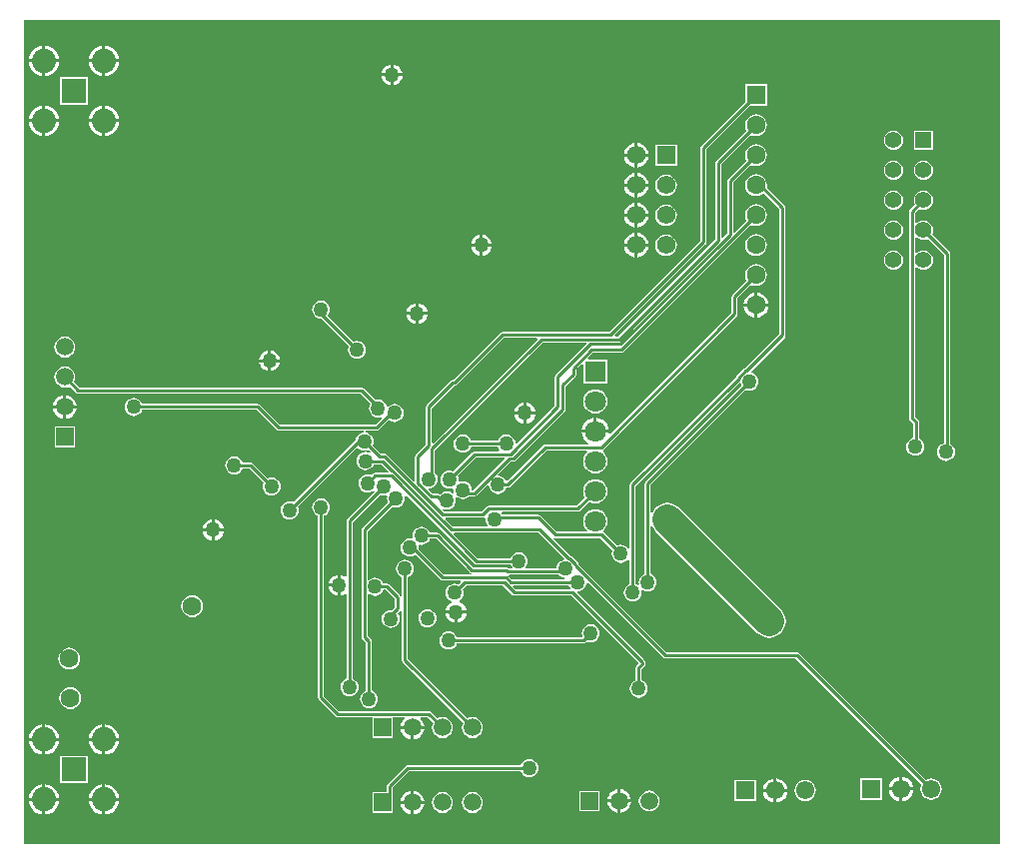
<source format=gbl>
G04*
G04 #@! TF.GenerationSoftware,Altium Limited,Altium Designer,20.2.6 (244)*
G04*
G04 Layer_Physical_Order=2*
G04 Layer_Color=16711680*
%FSLAX25Y25*%
%MOIN*%
G70*
G04*
G04 #@! TF.SameCoordinates,3B791BB4-AEC8-405A-9348-557AA33B983F*
G04*
G04*
G04 #@! TF.FilePolarity,Positive*
G04*
G01*
G75*
%ADD13C,0.01000*%
%ADD74C,0.05472*%
%ADD75R,0.05472X0.05472*%
%ADD77C,0.06181*%
%ADD78R,0.06181X0.06181*%
%ADD82C,0.10000*%
%ADD85R,0.05906X0.05906*%
%ADD86C,0.05906*%
%ADD87C,0.06299*%
%ADD88R,0.05906X0.05906*%
%ADD89R,0.08071X0.08071*%
%ADD90C,0.08071*%
%ADD91C,0.07087*%
%ADD92R,0.07087X0.07087*%
%ADD93C,0.06102*%
%ADD94R,0.06102X0.06102*%
%ADD95R,0.06299X0.06299*%
%ADD96C,0.05000*%
G36*
X356480Y1020D02*
X31000D01*
Y275980D01*
X356480D01*
Y1020D01*
D02*
G37*
%LPC*%
G36*
X58000Y267513D02*
Y263000D01*
X62513D01*
X62406Y263814D01*
X61898Y265039D01*
X61091Y266091D01*
X60039Y266898D01*
X58815Y267406D01*
X58000Y267513D01*
D02*
G37*
G36*
X57000D02*
X56186Y267406D01*
X54961Y266898D01*
X53909Y266091D01*
X53102Y265039D01*
X52594Y263814D01*
X52487Y263000D01*
X57000D01*
Y267513D01*
D02*
G37*
G36*
X38000D02*
Y263000D01*
X42513D01*
X42406Y263814D01*
X41898Y265039D01*
X41091Y266091D01*
X40039Y266898D01*
X38814Y267406D01*
X38000Y267513D01*
D02*
G37*
G36*
X37000D02*
X36186Y267406D01*
X34961Y266898D01*
X33909Y266091D01*
X33102Y265039D01*
X32594Y263814D01*
X32487Y263000D01*
X37000D01*
Y267513D01*
D02*
G37*
G36*
X154118Y261305D02*
Y258341D01*
X157082D01*
X157028Y258754D01*
X156675Y259606D01*
X156114Y260337D01*
X155383Y260898D01*
X154532Y261250D01*
X154118Y261305D01*
D02*
G37*
G36*
X153118D02*
X152704Y261250D01*
X151853Y260898D01*
X151122Y260337D01*
X150561Y259606D01*
X150208Y258754D01*
X150153Y258341D01*
X153118D01*
Y261305D01*
D02*
G37*
G36*
X62513Y262000D02*
X58000D01*
Y257487D01*
X58815Y257594D01*
X60039Y258102D01*
X61091Y258909D01*
X61898Y259961D01*
X62406Y261186D01*
X62513Y262000D01*
D02*
G37*
G36*
X57000D02*
X52487D01*
X52594Y261186D01*
X53102Y259961D01*
X53909Y258909D01*
X54961Y258102D01*
X56186Y257594D01*
X57000Y257487D01*
Y262000D01*
D02*
G37*
G36*
X42513D02*
X38000D01*
Y257487D01*
X38814Y257594D01*
X40039Y258102D01*
X41091Y258909D01*
X41898Y259961D01*
X42406Y261186D01*
X42513Y262000D01*
D02*
G37*
G36*
X37000D02*
X32487D01*
X32594Y261186D01*
X33102Y259961D01*
X33909Y258909D01*
X34961Y258102D01*
X36186Y257594D01*
X37000Y257487D01*
Y262000D01*
D02*
G37*
G36*
X157082Y257341D02*
X154118D01*
Y254376D01*
X154532Y254431D01*
X155383Y254783D01*
X156114Y255344D01*
X156675Y256075D01*
X157028Y256927D01*
X157082Y257341D01*
D02*
G37*
G36*
X153118D02*
X150153D01*
X150208Y256927D01*
X150561Y256075D01*
X151122Y255344D01*
X151853Y254783D01*
X152704Y254431D01*
X153118Y254376D01*
Y257341D01*
D02*
G37*
G36*
X52035Y257035D02*
X42965D01*
Y247965D01*
X52035D01*
Y257035D01*
D02*
G37*
G36*
X58000Y247513D02*
Y243000D01*
X62513D01*
X62406Y243814D01*
X61898Y245039D01*
X61091Y246091D01*
X60039Y246898D01*
X58815Y247406D01*
X58000Y247513D01*
D02*
G37*
G36*
X57000D02*
X56186Y247406D01*
X54961Y246898D01*
X53909Y246091D01*
X53102Y245039D01*
X52594Y243814D01*
X52487Y243000D01*
X57000D01*
Y247513D01*
D02*
G37*
G36*
X38000D02*
Y243000D01*
X42513D01*
X42406Y243814D01*
X41898Y245039D01*
X41091Y246091D01*
X40039Y246898D01*
X38814Y247406D01*
X38000Y247513D01*
D02*
G37*
G36*
X37000D02*
X36186Y247406D01*
X34961Y246898D01*
X33909Y246091D01*
X33102Y245039D01*
X32594Y243814D01*
X32487Y243000D01*
X37000D01*
Y247513D01*
D02*
G37*
G36*
X62513Y242000D02*
X58000D01*
Y237487D01*
X58815Y237594D01*
X60039Y238102D01*
X61091Y238909D01*
X61898Y239961D01*
X62406Y241185D01*
X62513Y242000D01*
D02*
G37*
G36*
X57000D02*
X52487D01*
X52594Y241185D01*
X53102Y239961D01*
X53909Y238909D01*
X54961Y238102D01*
X56186Y237594D01*
X57000Y237487D01*
Y242000D01*
D02*
G37*
G36*
X42513D02*
X38000D01*
Y237487D01*
X38814Y237594D01*
X40039Y238102D01*
X41091Y238909D01*
X41898Y239961D01*
X42406Y241185D01*
X42513Y242000D01*
D02*
G37*
G36*
X37000D02*
X32487D01*
X32594Y241185D01*
X33102Y239961D01*
X33909Y238909D01*
X34961Y238102D01*
X36186Y237594D01*
X37000Y237487D01*
Y242000D01*
D02*
G37*
G36*
X278764Y254650D02*
X271465D01*
Y248792D01*
X256779Y234107D01*
X256558Y233776D01*
X256480Y233386D01*
Y202422D01*
X226078Y172020D01*
X190500D01*
X190110Y171942D01*
X189779Y171721D01*
X174078Y156020D01*
X174000D01*
X173610Y155942D01*
X173279Y155721D01*
X165279Y147721D01*
X165058Y147390D01*
X164980Y147000D01*
Y134544D01*
X161607Y131170D01*
X161386Y130839D01*
X161308Y130449D01*
Y122422D01*
X160846Y122230D01*
X151892Y131184D01*
X151562Y131405D01*
X151171Y131483D01*
X149959D01*
X147218Y134223D01*
X147423Y134717D01*
X147526Y135500D01*
X147423Y136283D01*
X147120Y137013D01*
X146640Y137640D01*
X146013Y138120D01*
X145283Y138423D01*
X144845Y138480D01*
X144878Y138980D01*
X148500D01*
X148890Y139058D01*
X149221Y139279D01*
X152610Y142668D01*
X152987Y142379D01*
X153717Y142077D01*
X154500Y141974D01*
X155283Y142077D01*
X156013Y142379D01*
X156640Y142860D01*
X157121Y143487D01*
X157423Y144217D01*
X157526Y145000D01*
X157423Y145783D01*
X157121Y146513D01*
X156640Y147140D01*
X156013Y147620D01*
X155283Y147923D01*
X154500Y148026D01*
X153717Y147923D01*
X152987Y147620D01*
X152438Y147199D01*
X152115Y147252D01*
X151894Y147353D01*
X151620Y148013D01*
X151140Y148640D01*
X150513Y149120D01*
X149783Y149423D01*
X149000Y149526D01*
X148217Y149423D01*
X148077Y149365D01*
X144221Y153221D01*
X143890Y153442D01*
X143500Y153520D01*
X49422D01*
X47565Y155377D01*
X47864Y156099D01*
X47982Y157000D01*
X47864Y157901D01*
X47516Y158741D01*
X46962Y159462D01*
X46241Y160016D01*
X45401Y160364D01*
X44500Y160483D01*
X43599Y160364D01*
X42759Y160016D01*
X42037Y159462D01*
X41484Y158741D01*
X41136Y157901D01*
X41017Y157000D01*
X41136Y156099D01*
X41484Y155259D01*
X42037Y154537D01*
X42759Y153984D01*
X43599Y153636D01*
X44500Y153517D01*
X45401Y153636D01*
X46123Y153935D01*
X48279Y151779D01*
X48610Y151558D01*
X49000Y151480D01*
X143078D01*
X146451Y148107D01*
X146379Y148013D01*
X146077Y147283D01*
X145974Y146500D01*
X146077Y145717D01*
X146379Y144987D01*
X146860Y144360D01*
X147487Y143879D01*
X148217Y143577D01*
X149000Y143474D01*
X149783Y143577D01*
X150031Y143680D01*
X150314Y143256D01*
X148078Y141020D01*
X116214D01*
X109512Y147721D01*
X109181Y147942D01*
X108791Y148020D01*
X70325D01*
X70121Y148513D01*
X69640Y149140D01*
X69013Y149620D01*
X68283Y149923D01*
X67500Y150026D01*
X66717Y149923D01*
X65987Y149620D01*
X65360Y149140D01*
X64880Y148513D01*
X64577Y147783D01*
X64474Y147000D01*
X64577Y146217D01*
X64880Y145487D01*
X65360Y144860D01*
X65987Y144379D01*
X66717Y144077D01*
X67500Y143974D01*
X68283Y144077D01*
X69013Y144379D01*
X69640Y144860D01*
X70121Y145487D01*
X70325Y145980D01*
X108369D01*
X115070Y139279D01*
X115401Y139058D01*
X115791Y138980D01*
X144122D01*
X144155Y138480D01*
X143717Y138423D01*
X142987Y138120D01*
X142360Y137640D01*
X141879Y137013D01*
X141577Y136283D01*
X141537Y135979D01*
X120776Y115218D01*
X120283Y115423D01*
X119500Y115526D01*
X118717Y115423D01*
X117987Y115120D01*
X117360Y114640D01*
X116879Y114013D01*
X116577Y113283D01*
X116474Y112500D01*
X116577Y111717D01*
X116879Y110987D01*
X117360Y110360D01*
X117987Y109880D01*
X118717Y109577D01*
X119500Y109474D01*
X120283Y109577D01*
X121013Y109880D01*
X121640Y110360D01*
X122120Y110987D01*
X122423Y111717D01*
X122526Y112500D01*
X122423Y113283D01*
X122218Y113777D01*
X141850Y133408D01*
X142349Y133375D01*
X142360Y133360D01*
X142987Y132879D01*
X143717Y132577D01*
X144500Y132474D01*
X145283Y132577D01*
X145776Y132782D01*
X146574Y131984D01*
X146282Y131584D01*
X145553Y131886D01*
X144770Y131989D01*
X143986Y131886D01*
X143257Y131584D01*
X142630Y131103D01*
X142149Y130476D01*
X141847Y129746D01*
X141744Y128963D01*
X141847Y128180D01*
X142149Y127450D01*
X142630Y126824D01*
X143257Y126343D01*
X143986Y126040D01*
X144770Y125937D01*
X145553Y126040D01*
X146282Y126343D01*
X146909Y126824D01*
X147390Y127450D01*
X147594Y127944D01*
X150128D01*
X152590Y125481D01*
X152399Y125020D01*
X148000D01*
X147610Y124942D01*
X147279Y124721D01*
X146776Y124218D01*
X146283Y124423D01*
X145500Y124526D01*
X144717Y124423D01*
X143987Y124120D01*
X143360Y123640D01*
X142879Y123013D01*
X142577Y122283D01*
X142474Y121500D01*
X142577Y120717D01*
X142879Y119987D01*
X143360Y119360D01*
X143987Y118879D01*
X144717Y118577D01*
X145500Y118474D01*
X146283Y118577D01*
X147013Y118879D01*
X147307Y119105D01*
X147896Y118927D01*
X147918Y118860D01*
X138779Y109721D01*
X138558Y109390D01*
X138480Y109000D01*
Y90574D01*
X138032Y90352D01*
X137765Y90557D01*
X136914Y90910D01*
X136500Y90964D01*
Y87500D01*
Y84036D01*
X136914Y84090D01*
X137765Y84443D01*
X138032Y84648D01*
X138480Y84426D01*
Y56325D01*
X137987Y56121D01*
X137360Y55640D01*
X136880Y55013D01*
X136577Y54283D01*
X136474Y53500D01*
X136577Y52717D01*
X136880Y51987D01*
X137360Y51360D01*
X137987Y50880D01*
X138717Y50577D01*
X139500Y50474D01*
X140283Y50577D01*
X141013Y50880D01*
X141640Y51360D01*
X142121Y51987D01*
X142423Y52717D01*
X142526Y53500D01*
X142423Y54283D01*
X142121Y55013D01*
X141640Y55640D01*
X141013Y56121D01*
X140520Y56325D01*
Y108578D01*
X149723Y117782D01*
X150217Y117577D01*
X151000Y117474D01*
X151651Y117560D01*
X151835Y117440D01*
X151940Y117335D01*
X152060Y117151D01*
X151974Y116500D01*
X152077Y115717D01*
X152282Y115224D01*
X143779Y106721D01*
X143558Y106390D01*
X143480Y106000D01*
Y70266D01*
X143558Y69876D01*
X143779Y69545D01*
X144980Y68344D01*
Y52325D01*
X144487Y52121D01*
X143860Y51640D01*
X143379Y51013D01*
X143077Y50283D01*
X142974Y49500D01*
X143077Y48717D01*
X143379Y47987D01*
X143860Y47360D01*
X144487Y46880D01*
X145217Y46577D01*
X146000Y46474D01*
X146783Y46577D01*
X147513Y46880D01*
X148140Y47360D01*
X148620Y47987D01*
X148923Y48717D01*
X149026Y49500D01*
X148923Y50283D01*
X148620Y51013D01*
X148140Y51640D01*
X147513Y52121D01*
X147020Y52325D01*
Y68766D01*
X146942Y69156D01*
X146721Y69487D01*
X145520Y70688D01*
Y84527D01*
X146020Y84738D01*
X146487Y84380D01*
X147217Y84077D01*
X148000Y83974D01*
X148783Y84077D01*
X149513Y84380D01*
X150140Y84860D01*
X150620Y85487D01*
X150825Y85980D01*
X151578D01*
X154480Y83078D01*
Y80070D01*
X153660Y79250D01*
X153217Y79309D01*
X152434Y79206D01*
X151704Y78903D01*
X151078Y78422D01*
X150597Y77796D01*
X150294Y77066D01*
X150191Y76283D01*
X150294Y75500D01*
X150597Y74770D01*
X151078Y74143D01*
X151704Y73662D01*
X152434Y73360D01*
X153217Y73257D01*
X154000Y73360D01*
X154730Y73662D01*
X155357Y74143D01*
X155838Y74770D01*
X156140Y75500D01*
X156243Y76283D01*
X156140Y77066D01*
X155838Y77796D01*
X155513Y78219D01*
X156221Y78927D01*
X156442Y79258D01*
X156480Y79451D01*
X156980Y79402D01*
Y62500D01*
X157058Y62110D01*
X157279Y61779D01*
X177435Y41623D01*
X177136Y40901D01*
X177017Y40000D01*
X177136Y39099D01*
X177484Y38259D01*
X178038Y37538D01*
X178759Y36984D01*
X179599Y36636D01*
X180500Y36518D01*
X181401Y36636D01*
X182241Y36984D01*
X182963Y37538D01*
X183516Y38259D01*
X183864Y39099D01*
X183983Y40000D01*
X183864Y40901D01*
X183516Y41741D01*
X182963Y42463D01*
X182241Y43016D01*
X181401Y43364D01*
X180500Y43483D01*
X179599Y43364D01*
X178877Y43065D01*
X159020Y62922D01*
Y90175D01*
X159513Y90380D01*
X160140Y90860D01*
X160620Y91487D01*
X160923Y92217D01*
X161026Y93000D01*
X160923Y93783D01*
X160620Y94513D01*
X160140Y95140D01*
X159513Y95621D01*
X158783Y95923D01*
X158000Y96026D01*
X157217Y95923D01*
X156487Y95621D01*
X155860Y95140D01*
X155379Y94513D01*
X155077Y93783D01*
X154974Y93000D01*
X155077Y92217D01*
X155379Y91487D01*
X155860Y90860D01*
X156487Y90380D01*
X156980Y90175D01*
Y83746D01*
X156480Y83697D01*
X156442Y83890D01*
X156221Y84221D01*
X152721Y87721D01*
X152390Y87942D01*
X152000Y88020D01*
X150825D01*
X150620Y88513D01*
X150140Y89140D01*
X149513Y89621D01*
X148783Y89923D01*
X148000Y90026D01*
X147217Y89923D01*
X146487Y89621D01*
X146020Y89262D01*
X145520Y89473D01*
Y105578D01*
X153724Y113782D01*
X154217Y113577D01*
X155000Y113474D01*
X155783Y113577D01*
X156513Y113880D01*
X157140Y114360D01*
X157621Y114987D01*
X157923Y115717D01*
X158026Y116500D01*
X157923Y117283D01*
X157897Y117346D01*
X158320Y117630D01*
X181171Y94779D01*
X181502Y94558D01*
X181892Y94480D01*
X193175D01*
X193379Y93987D01*
X193738Y93520D01*
X193527Y93020D01*
X192672D01*
X192471Y93221D01*
X192140Y93442D01*
X191750Y93520D01*
X180713D01*
X169512Y104721D01*
X169181Y104942D01*
X168791Y105020D01*
X166325D01*
X166121Y105513D01*
X165640Y106140D01*
X165013Y106621D01*
X164283Y106923D01*
X163500Y107026D01*
X162717Y106923D01*
X161987Y106621D01*
X161360Y106140D01*
X160880Y105513D01*
X160577Y104783D01*
X160474Y104000D01*
X160540Y103496D01*
X160533Y103472D01*
X160139Y103078D01*
X160115Y103070D01*
X159611Y103137D01*
X158828Y103034D01*
X158098Y102731D01*
X157471Y102251D01*
X156990Y101624D01*
X156688Y100894D01*
X156585Y100111D01*
X156688Y99328D01*
X156990Y98598D01*
X157471Y97971D01*
X158098Y97490D01*
X158828Y97188D01*
X159611Y97085D01*
X160394Y97188D01*
X161124Y97490D01*
X161375Y97683D01*
X169779Y89279D01*
X170110Y89058D01*
X170500Y88980D01*
X176385D01*
X176576Y88519D01*
X175777Y87718D01*
X175283Y87923D01*
X174500Y88026D01*
X173717Y87923D01*
X172987Y87621D01*
X172360Y87140D01*
X171879Y86513D01*
X171577Y85783D01*
X171474Y85000D01*
X171577Y84217D01*
X171879Y83487D01*
X172360Y82860D01*
X172987Y82380D01*
X173403Y82207D01*
Y81666D01*
X173218Y81590D01*
X172487Y81029D01*
X171926Y80297D01*
X171574Y79446D01*
X171519Y79032D01*
X178448D01*
X178393Y79446D01*
X178041Y80297D01*
X177480Y81029D01*
X176749Y81590D01*
X176081Y81866D01*
X176031Y82240D01*
X176045Y82404D01*
X176640Y82860D01*
X177120Y83487D01*
X177423Y84217D01*
X177526Y85000D01*
X177423Y85783D01*
X177218Y86277D01*
X178422Y87480D01*
X190665D01*
X193867Y84279D01*
X194197Y84058D01*
X194588Y83980D01*
X213578D01*
X236058Y61500D01*
X235279Y60721D01*
X235058Y60390D01*
X234980Y60000D01*
Y55825D01*
X234487Y55620D01*
X233860Y55140D01*
X233380Y54513D01*
X233077Y53783D01*
X232974Y53000D01*
X233077Y52217D01*
X233380Y51487D01*
X233860Y50860D01*
X234487Y50380D01*
X235217Y50077D01*
X236000Y49974D01*
X236783Y50077D01*
X237513Y50380D01*
X238140Y50860D01*
X238620Y51487D01*
X238923Y52217D01*
X239026Y53000D01*
X238923Y53783D01*
X238620Y54513D01*
X238140Y55140D01*
X237513Y55620D01*
X237020Y55825D01*
Y59578D01*
X237807Y60365D01*
X238028Y60696D01*
X238105Y61086D01*
Y61914D01*
X238028Y62304D01*
X237807Y62635D01*
X215426Y85016D01*
X215655Y85495D01*
X216283Y85577D01*
X217013Y85879D01*
X217640Y86360D01*
X218121Y86987D01*
X218423Y87717D01*
X218506Y88345D01*
X218984Y88574D01*
X244041Y63517D01*
X244372Y63296D01*
X244762Y63219D01*
X288339D01*
X330360Y21198D01*
X330040Y20427D01*
X329918Y19500D01*
X330040Y18573D01*
X330398Y17709D01*
X330967Y16967D01*
X331709Y16398D01*
X332573Y16040D01*
X333500Y15918D01*
X334427Y16040D01*
X335291Y16398D01*
X336033Y16967D01*
X336602Y17709D01*
X336960Y18573D01*
X337082Y19500D01*
X336960Y20427D01*
X336602Y21291D01*
X336033Y22033D01*
X335291Y22602D01*
X334427Y22960D01*
X333500Y23082D01*
X332573Y22960D01*
X331802Y22640D01*
X289483Y64959D01*
X289152Y65180D01*
X288762Y65258D01*
X245184D01*
X216020Y94422D01*
Y94450D01*
X215942Y94840D01*
X215721Y95171D01*
X213671Y97221D01*
X213340Y97442D01*
X212950Y97520D01*
X212922D01*
X207416Y103026D01*
X207734Y103415D01*
X207791Y103377D01*
X208181Y103299D01*
X223259D01*
X227282Y99277D01*
X227077Y98783D01*
X226974Y98000D01*
X227077Y97217D01*
X227379Y96487D01*
X227860Y95860D01*
X228487Y95380D01*
X229217Y95077D01*
X230000Y94974D01*
X230783Y95077D01*
X231513Y95380D01*
X232140Y95860D01*
X232480Y96305D01*
X232980Y96135D01*
Y87896D01*
X232487Y87691D01*
X231860Y87211D01*
X231380Y86584D01*
X231077Y85854D01*
X230974Y85071D01*
X231077Y84288D01*
X231380Y83558D01*
X231860Y82931D01*
X232487Y82450D01*
X233217Y82148D01*
X234000Y82045D01*
X234783Y82148D01*
X235513Y82450D01*
X236140Y82931D01*
X236620Y83558D01*
X236923Y84288D01*
X237026Y85071D01*
X236948Y85663D01*
X237405Y85942D01*
X237487Y85879D01*
X238217Y85577D01*
X239000Y85474D01*
X239783Y85577D01*
X240513Y85879D01*
X241140Y86360D01*
X241620Y86987D01*
X241923Y87717D01*
X242026Y88500D01*
X241923Y89283D01*
X241620Y90013D01*
X241140Y90640D01*
X240513Y91120D01*
X240020Y91325D01*
Y107052D01*
X240520Y107152D01*
X240696Y106726D01*
X241577Y105577D01*
X275577Y71577D01*
X276726Y70696D01*
X278064Y70142D01*
X279500Y69952D01*
X280936Y70142D01*
X282274Y70696D01*
X283423Y71577D01*
X284304Y72726D01*
X284858Y74064D01*
X285048Y75500D01*
X284858Y76936D01*
X284304Y78274D01*
X283423Y79423D01*
X249423Y113423D01*
X248274Y114304D01*
X246936Y114858D01*
X245500Y115048D01*
X244064Y114858D01*
X242726Y114304D01*
X241577Y113423D01*
X240696Y112274D01*
X240520Y111848D01*
X240020Y111948D01*
Y121078D01*
X271724Y152782D01*
X272217Y152577D01*
X273000Y152474D01*
X273783Y152577D01*
X274513Y152880D01*
X275140Y153360D01*
X275621Y153987D01*
X275923Y154717D01*
X276026Y155500D01*
X275923Y156283D01*
X275621Y157013D01*
X275140Y157640D01*
X274513Y158121D01*
X273783Y158423D01*
X273596Y158447D01*
X273417Y158975D01*
X284721Y170279D01*
X284942Y170610D01*
X285020Y171000D01*
Y213500D01*
X284942Y213890D01*
X284721Y214221D01*
X278696Y220246D01*
X278795Y221000D01*
X278670Y221953D01*
X278302Y222840D01*
X277717Y223603D01*
X276955Y224188D01*
X276067Y224556D01*
X275114Y224681D01*
X274161Y224556D01*
X273274Y224188D01*
X272511Y223603D01*
X271926Y222840D01*
X271558Y221953D01*
X271433Y221000D01*
X271558Y220047D01*
X271926Y219160D01*
X272511Y218397D01*
X273274Y217812D01*
X274161Y217444D01*
X275114Y217319D01*
X276067Y217444D01*
X276955Y217812D01*
X277685Y218373D01*
X282980Y213078D01*
Y171422D01*
X271578Y160020D01*
X271550D01*
X271160Y159942D01*
X270829Y159721D01*
X268779Y157671D01*
X268558Y157340D01*
X268480Y156950D01*
Y156922D01*
X233279Y121721D01*
X233058Y121390D01*
X232980Y121000D01*
Y99865D01*
X232480Y99695D01*
X232140Y100140D01*
X231513Y100620D01*
X230783Y100923D01*
X230000Y101026D01*
X229217Y100923D01*
X228724Y100718D01*
X224402Y105040D01*
X224169Y105196D01*
X224084Y105585D01*
X224092Y105767D01*
X224368Y105979D01*
X225016Y106823D01*
X225424Y107807D01*
X225562Y108862D01*
X225424Y109918D01*
X225016Y110901D01*
X224368Y111746D01*
X223523Y112394D01*
X222540Y112801D01*
X221484Y112940D01*
X220429Y112801D01*
X219445Y112394D01*
X218601Y111746D01*
X217952Y110901D01*
X217545Y109918D01*
X217406Y108862D01*
X217545Y107807D01*
X217952Y106823D01*
X218601Y105979D01*
X218818Y105812D01*
X218657Y105339D01*
X208603D01*
X203221Y110721D01*
X202890Y110942D01*
X202500Y111020D01*
X190515D01*
X190161Y111480D01*
X190373Y111980D01*
X215622D01*
X216012Y112058D01*
X216343Y112279D01*
X219416Y115352D01*
X219445Y115330D01*
X220429Y114923D01*
X221484Y114784D01*
X222540Y114923D01*
X223523Y115330D01*
X224368Y115979D01*
X225016Y116823D01*
X225424Y117807D01*
X225562Y118862D01*
X225424Y119918D01*
X225016Y120901D01*
X224368Y121746D01*
X223523Y122394D01*
X222540Y122801D01*
X221484Y122940D01*
X220429Y122801D01*
X219445Y122394D01*
X218601Y121746D01*
X217952Y120901D01*
X217545Y119918D01*
X217406Y118862D01*
X217545Y117807D01*
X217952Y116823D01*
X217974Y116794D01*
X215200Y114020D01*
X185950D01*
X185560Y113942D01*
X185229Y113721D01*
X183527Y112020D01*
X171057D01*
X170438Y112639D01*
X170721Y113063D01*
X171217Y112857D01*
X172000Y112754D01*
X172783Y112857D01*
X173513Y113160D01*
X174140Y113640D01*
X174620Y114267D01*
X174923Y114997D01*
X175026Y115780D01*
X174923Y116563D01*
X174856Y116725D01*
X175266Y117040D01*
X175763Y116659D01*
X176492Y116357D01*
X177276Y116254D01*
X178059Y116357D01*
X178788Y116659D01*
X179415Y117140D01*
X179499Y117250D01*
X181270D01*
X181660Y117328D01*
X181991Y117549D01*
X185516Y121074D01*
X185995Y120845D01*
X186077Y120217D01*
X186380Y119487D01*
X186860Y118860D01*
X187487Y118379D01*
X188217Y118077D01*
X189000Y117974D01*
X189783Y118077D01*
X190513Y118379D01*
X191140Y118860D01*
X191621Y119487D01*
X191825Y119980D01*
X192315D01*
X192705Y120058D01*
X193036Y120279D01*
X205143Y132386D01*
X218657D01*
X218818Y131912D01*
X218601Y131746D01*
X217952Y130901D01*
X217545Y129918D01*
X217406Y128862D01*
X217545Y127807D01*
X217952Y126823D01*
X218601Y125979D01*
X219445Y125330D01*
X220429Y124923D01*
X221484Y124784D01*
X222540Y124923D01*
X223523Y125330D01*
X224368Y125979D01*
X225016Y126823D01*
X225424Y127807D01*
X225562Y128862D01*
X225424Y129918D01*
X225016Y130901D01*
X224368Y131746D01*
X223995Y132032D01*
X224041Y132627D01*
X224127Y132685D01*
X268721Y177279D01*
X268942Y177610D01*
X269020Y178000D01*
Y183464D01*
X273341Y187784D01*
X274161Y187444D01*
X275114Y187319D01*
X276067Y187444D01*
X276955Y187812D01*
X277717Y188397D01*
X278302Y189159D01*
X278670Y190047D01*
X278795Y191000D01*
X278670Y191953D01*
X278302Y192841D01*
X277717Y193603D01*
X276955Y194188D01*
X276067Y194556D01*
X275114Y194681D01*
X274161Y194556D01*
X273274Y194188D01*
X272511Y193603D01*
X271926Y192841D01*
X271558Y191953D01*
X271433Y191000D01*
X271558Y190047D01*
X271899Y189226D01*
X267279Y184607D01*
X267058Y184276D01*
X266980Y183886D01*
Y178422D01*
X226442Y137884D01*
X225969Y138118D01*
X226001Y138362D01*
X221484D01*
X216968D01*
X217058Y137676D01*
X217516Y136571D01*
X218244Y135622D01*
X219152Y134925D01*
X219152Y134869D01*
X218817Y134425D01*
X204720D01*
X204330Y134347D01*
X203999Y134126D01*
X192227Y122354D01*
X191638Y122472D01*
X191621Y122513D01*
X191140Y123140D01*
X190513Y123620D01*
X189783Y123923D01*
X189155Y124005D01*
X188926Y124484D01*
X193147Y128705D01*
X194225D01*
X194615Y128783D01*
X194946Y129004D01*
X211342Y145400D01*
X211563Y145731D01*
X211641Y146121D01*
Y153956D01*
X214795Y157111D01*
X215016Y157441D01*
X215094Y157832D01*
Y159530D01*
X216979Y161416D01*
X217441Y161224D01*
Y154819D01*
X225528D01*
Y162906D01*
X219122D01*
X218931Y163367D01*
X220544Y164980D01*
X230121D01*
X230511Y165058D01*
X230842Y165279D01*
X273345Y207782D01*
X274161Y207444D01*
X275114Y207319D01*
X276067Y207444D01*
X276955Y207812D01*
X277717Y208397D01*
X278302Y209159D01*
X278670Y210047D01*
X278795Y211000D01*
X278670Y211953D01*
X278302Y212841D01*
X277717Y213603D01*
X276955Y214188D01*
X276067Y214556D01*
X275114Y214681D01*
X274161Y214556D01*
X273274Y214188D01*
X272511Y213603D01*
X271926Y212841D01*
X271558Y211953D01*
X271433Y211000D01*
X271558Y210047D01*
X271901Y209221D01*
X267982Y205302D01*
X267520Y205493D01*
Y221964D01*
X273341Y227784D01*
X274161Y227444D01*
X275114Y227319D01*
X276067Y227444D01*
X276955Y227812D01*
X277717Y228397D01*
X278302Y229159D01*
X278670Y230047D01*
X278795Y231000D01*
X278670Y231953D01*
X278302Y232840D01*
X277717Y233603D01*
X276955Y234188D01*
X276067Y234556D01*
X275114Y234681D01*
X274161Y234556D01*
X273274Y234188D01*
X272511Y233603D01*
X271926Y232840D01*
X271558Y231953D01*
X271433Y231000D01*
X271558Y230047D01*
X271899Y229226D01*
X265779Y223107D01*
X265558Y222776D01*
X265480Y222386D01*
Y204922D01*
X263982Y203424D01*
X263520Y203615D01*
Y227963D01*
X273341Y237784D01*
X274161Y237444D01*
X275114Y237319D01*
X276067Y237444D01*
X276955Y237812D01*
X277717Y238397D01*
X278302Y239159D01*
X278670Y240047D01*
X278795Y241000D01*
X278670Y241953D01*
X278302Y242841D01*
X277717Y243603D01*
X276955Y244188D01*
X276067Y244556D01*
X275114Y244681D01*
X274161Y244556D01*
X273274Y244188D01*
X272511Y243603D01*
X271926Y242841D01*
X271558Y241953D01*
X271433Y241000D01*
X271558Y240047D01*
X271899Y239226D01*
X261779Y229107D01*
X261558Y228776D01*
X261480Y228386D01*
Y203044D01*
X228956Y170520D01*
X228115D01*
X227923Y170982D01*
X258221Y201279D01*
X258442Y201610D01*
X258520Y202000D01*
Y232963D01*
X272906Y247350D01*
X278764D01*
Y254650D01*
D02*
G37*
G36*
X334236Y239236D02*
X327764D01*
Y232764D01*
X334236D01*
Y239236D01*
D02*
G37*
G36*
X321000Y239264D02*
X320155Y239153D01*
X319368Y238827D01*
X318692Y238308D01*
X318173Y237632D01*
X317847Y236845D01*
X317736Y236000D01*
X317847Y235155D01*
X318173Y234368D01*
X318692Y233692D01*
X319368Y233173D01*
X320155Y232847D01*
X321000Y232736D01*
X321845Y232847D01*
X322632Y233173D01*
X323308Y233692D01*
X323827Y234368D01*
X324153Y235155D01*
X324264Y236000D01*
X324153Y236845D01*
X323827Y237632D01*
X323308Y238308D01*
X322632Y238827D01*
X321845Y239153D01*
X321000Y239264D01*
D02*
G37*
G36*
X235614Y235060D02*
Y231500D01*
X239174D01*
X239099Y232068D01*
X238687Y233063D01*
X238032Y233917D01*
X237177Y234573D01*
X236182Y234985D01*
X235614Y235060D01*
D02*
G37*
G36*
X234614Y235060D02*
X234046Y234985D01*
X233051Y234573D01*
X232197Y233917D01*
X231541Y233063D01*
X231129Y232068D01*
X231054Y231500D01*
X234614D01*
Y235060D01*
D02*
G37*
G36*
X248705Y234591D02*
X241524D01*
Y227410D01*
X248705D01*
Y234591D01*
D02*
G37*
G36*
X234614Y230500D02*
X231054D01*
X231129Y229932D01*
X231541Y228937D01*
X232197Y228083D01*
X233051Y227427D01*
X234046Y227015D01*
X234614Y226940D01*
Y230500D01*
D02*
G37*
G36*
X239174D02*
X235614D01*
Y226940D01*
X236182Y227015D01*
X237177Y227427D01*
X238032Y228083D01*
X238687Y228937D01*
X239099Y229932D01*
X239174Y230500D01*
D02*
G37*
G36*
X331000Y229264D02*
X330155Y229153D01*
X329368Y228827D01*
X328692Y228308D01*
X328173Y227632D01*
X327847Y226845D01*
X327736Y226000D01*
X327847Y225155D01*
X328173Y224368D01*
X328692Y223692D01*
X329368Y223173D01*
X330155Y222847D01*
X331000Y222736D01*
X331845Y222847D01*
X332632Y223173D01*
X333308Y223692D01*
X333827Y224368D01*
X334153Y225155D01*
X334264Y226000D01*
X334153Y226845D01*
X333827Y227632D01*
X333308Y228308D01*
X332632Y228827D01*
X331845Y229153D01*
X331000Y229264D01*
D02*
G37*
G36*
X321000D02*
X320155Y229153D01*
X319368Y228827D01*
X318692Y228308D01*
X318173Y227632D01*
X317847Y226845D01*
X317736Y226000D01*
X317847Y225155D01*
X318173Y224368D01*
X318692Y223692D01*
X319368Y223173D01*
X320155Y222847D01*
X321000Y222736D01*
X321845Y222847D01*
X322632Y223173D01*
X323308Y223692D01*
X323827Y224368D01*
X324153Y225155D01*
X324264Y226000D01*
X324153Y226845D01*
X323827Y227632D01*
X323308Y228308D01*
X322632Y228827D01*
X321845Y229153D01*
X321000Y229264D01*
D02*
G37*
G36*
X235614Y225060D02*
Y221500D01*
X239174D01*
X239099Y222068D01*
X238687Y223063D01*
X238032Y223917D01*
X237177Y224573D01*
X236182Y224985D01*
X235614Y225060D01*
D02*
G37*
G36*
X234614Y225060D02*
X234046Y224985D01*
X233051Y224573D01*
X232197Y223917D01*
X231541Y223063D01*
X231129Y222068D01*
X231054Y221500D01*
X234614D01*
Y225060D01*
D02*
G37*
G36*
X245114Y224622D02*
X244177Y224498D01*
X243303Y224136D01*
X242553Y223561D01*
X241978Y222811D01*
X241616Y221937D01*
X241493Y221000D01*
X241616Y220063D01*
X241978Y219189D01*
X242553Y218439D01*
X243303Y217864D01*
X244177Y217502D01*
X245114Y217378D01*
X246052Y217502D01*
X246925Y217864D01*
X247675Y218439D01*
X248251Y219189D01*
X248612Y220063D01*
X248736Y221000D01*
X248612Y221937D01*
X248251Y222811D01*
X247675Y223561D01*
X246925Y224136D01*
X246052Y224498D01*
X245114Y224622D01*
D02*
G37*
G36*
X234614Y220500D02*
X231054D01*
X231129Y219932D01*
X231541Y218937D01*
X232197Y218083D01*
X233051Y217427D01*
X234046Y217015D01*
X234614Y216940D01*
Y220500D01*
D02*
G37*
G36*
X239174D02*
X235614D01*
Y216940D01*
X236182Y217015D01*
X237177Y217427D01*
X238032Y218083D01*
X238687Y218937D01*
X239099Y219932D01*
X239174Y220500D01*
D02*
G37*
G36*
X331000Y219264D02*
X330155Y219153D01*
X329368Y218827D01*
X328692Y218308D01*
X328173Y217632D01*
X327847Y216845D01*
X327736Y216000D01*
X327847Y215155D01*
X328101Y214543D01*
X326543Y212985D01*
X326322Y212654D01*
X326244Y212264D01*
Y143236D01*
X326322Y142846D01*
X326543Y142515D01*
X327480Y141578D01*
Y136668D01*
X326767Y136372D01*
X326141Y135892D01*
X325660Y135265D01*
X325358Y134535D01*
X325255Y133752D01*
X325358Y132969D01*
X325660Y132239D01*
X326141Y131612D01*
X326767Y131131D01*
X327497Y130829D01*
X328280Y130726D01*
X329064Y130829D01*
X329793Y131131D01*
X330420Y131612D01*
X330901Y132239D01*
X331203Y132969D01*
X331306Y133752D01*
X331203Y134535D01*
X330901Y135265D01*
X330420Y135892D01*
X329793Y136372D01*
X329520Y136486D01*
Y142000D01*
X329442Y142390D01*
X329221Y142721D01*
X328283Y143658D01*
Y193476D01*
X328783Y193622D01*
X329368Y193173D01*
X330155Y192847D01*
X331000Y192736D01*
X331845Y192847D01*
X332632Y193173D01*
X333308Y193692D01*
X333827Y194368D01*
X334153Y195155D01*
X334264Y196000D01*
X334153Y196845D01*
X333827Y197632D01*
X333308Y198308D01*
X332632Y198827D01*
X331845Y199153D01*
X331000Y199264D01*
X330155Y199153D01*
X329368Y198827D01*
X328783Y198378D01*
X328283Y198524D01*
Y203476D01*
X328783Y203622D01*
X329368Y203173D01*
X330155Y202847D01*
X331000Y202736D01*
X331845Y202847D01*
X332457Y203101D01*
X337980Y197578D01*
Y134958D01*
X337717Y134923D01*
X336987Y134620D01*
X336360Y134140D01*
X335879Y133513D01*
X335577Y132783D01*
X335474Y132000D01*
X335577Y131217D01*
X335879Y130487D01*
X336360Y129860D01*
X336987Y129379D01*
X337717Y129077D01*
X338500Y128974D01*
X339283Y129077D01*
X340013Y129379D01*
X340640Y129860D01*
X341121Y130487D01*
X341423Y131217D01*
X341526Y132000D01*
X341423Y132783D01*
X341121Y133513D01*
X340640Y134140D01*
X340020Y134615D01*
Y198000D01*
X339942Y198390D01*
X339721Y198721D01*
X333899Y204543D01*
X334153Y205155D01*
X334264Y206000D01*
X334153Y206845D01*
X333827Y207632D01*
X333308Y208308D01*
X332632Y208827D01*
X331845Y209153D01*
X331000Y209264D01*
X330155Y209153D01*
X329368Y208827D01*
X328783Y208378D01*
X328283Y208524D01*
Y211841D01*
X329543Y213101D01*
X330155Y212847D01*
X331000Y212736D01*
X331845Y212847D01*
X332632Y213173D01*
X333308Y213692D01*
X333827Y214368D01*
X334153Y215155D01*
X334264Y216000D01*
X334153Y216845D01*
X333827Y217632D01*
X333308Y218308D01*
X332632Y218827D01*
X331845Y219153D01*
X331000Y219264D01*
D02*
G37*
G36*
X321000D02*
X320155Y219153D01*
X319368Y218827D01*
X318692Y218308D01*
X318173Y217632D01*
X317847Y216845D01*
X317736Y216000D01*
X317847Y215155D01*
X318173Y214368D01*
X318692Y213692D01*
X319368Y213173D01*
X320155Y212847D01*
X321000Y212736D01*
X321845Y212847D01*
X322632Y213173D01*
X323308Y213692D01*
X323827Y214368D01*
X324153Y215155D01*
X324264Y216000D01*
X324153Y216845D01*
X323827Y217632D01*
X323308Y218308D01*
X322632Y218827D01*
X321845Y219153D01*
X321000Y219264D01*
D02*
G37*
G36*
X235614Y215060D02*
Y211500D01*
X239174D01*
X239099Y212068D01*
X238687Y213063D01*
X238032Y213917D01*
X237177Y214573D01*
X236182Y214985D01*
X235614Y215060D01*
D02*
G37*
G36*
X234614Y215060D02*
X234046Y214985D01*
X233051Y214573D01*
X232197Y213917D01*
X231541Y213063D01*
X231129Y212068D01*
X231054Y211500D01*
X234614D01*
Y215060D01*
D02*
G37*
G36*
X245114Y214621D02*
X244177Y214498D01*
X243303Y214136D01*
X242553Y213561D01*
X241978Y212811D01*
X241616Y211937D01*
X241493Y211000D01*
X241616Y210063D01*
X241978Y209189D01*
X242553Y208439D01*
X243303Y207864D01*
X244177Y207502D01*
X245114Y207379D01*
X246052Y207502D01*
X246925Y207864D01*
X247675Y208439D01*
X248251Y209189D01*
X248612Y210063D01*
X248736Y211000D01*
X248612Y211937D01*
X248251Y212811D01*
X247675Y213561D01*
X246925Y214136D01*
X246052Y214498D01*
X245114Y214621D01*
D02*
G37*
G36*
X234614Y210500D02*
X231054D01*
X231129Y209932D01*
X231541Y208937D01*
X232197Y208083D01*
X233051Y207427D01*
X234046Y207015D01*
X234614Y206940D01*
Y210500D01*
D02*
G37*
G36*
X239174D02*
X235614D01*
Y206940D01*
X236182Y207015D01*
X237177Y207427D01*
X238032Y208083D01*
X238687Y208937D01*
X239099Y209932D01*
X239174Y210500D01*
D02*
G37*
G36*
X321000Y209264D02*
X320155Y209153D01*
X319368Y208827D01*
X318692Y208308D01*
X318173Y207632D01*
X317847Y206845D01*
X317736Y206000D01*
X317847Y205155D01*
X318173Y204368D01*
X318692Y203692D01*
X319368Y203173D01*
X320155Y202847D01*
X321000Y202736D01*
X321845Y202847D01*
X322632Y203173D01*
X323308Y203692D01*
X323827Y204368D01*
X324153Y205155D01*
X324264Y206000D01*
X324153Y206845D01*
X323827Y207632D01*
X323308Y208308D01*
X322632Y208827D01*
X321845Y209153D01*
X321000Y209264D01*
D02*
G37*
G36*
X184000Y204464D02*
Y201500D01*
X186964D01*
X186910Y201914D01*
X186557Y202765D01*
X185996Y203496D01*
X185265Y204057D01*
X184414Y204410D01*
X184000Y204464D01*
D02*
G37*
G36*
X183000D02*
X182586Y204410D01*
X181735Y204057D01*
X181004Y203496D01*
X180443Y202765D01*
X180090Y201914D01*
X180036Y201500D01*
X183000D01*
Y204464D01*
D02*
G37*
G36*
X235614Y205060D02*
Y201500D01*
X239174D01*
X239099Y202068D01*
X238687Y203063D01*
X238032Y203917D01*
X237177Y204573D01*
X236182Y204985D01*
X235614Y205060D01*
D02*
G37*
G36*
X234614Y205060D02*
X234046Y204985D01*
X233051Y204573D01*
X232197Y203917D01*
X231541Y203063D01*
X231129Y202068D01*
X231054Y201500D01*
X234614D01*
Y205060D01*
D02*
G37*
G36*
X186964Y200500D02*
X184000D01*
Y197536D01*
X184414Y197590D01*
X185265Y197943D01*
X185996Y198504D01*
X186557Y199235D01*
X186910Y200086D01*
X186964Y200500D01*
D02*
G37*
G36*
X183000D02*
X180036D01*
X180090Y200086D01*
X180443Y199235D01*
X181004Y198504D01*
X181735Y197943D01*
X182586Y197590D01*
X183000Y197536D01*
Y200500D01*
D02*
G37*
G36*
X245114Y204622D02*
X244177Y204498D01*
X243303Y204136D01*
X242553Y203561D01*
X241978Y202811D01*
X241616Y201937D01*
X241493Y201000D01*
X241616Y200063D01*
X241978Y199189D01*
X242553Y198439D01*
X243303Y197864D01*
X244177Y197502D01*
X245114Y197379D01*
X246052Y197502D01*
X246925Y197864D01*
X247675Y198439D01*
X248251Y199189D01*
X248612Y200063D01*
X248736Y201000D01*
X248612Y201937D01*
X248251Y202811D01*
X247675Y203561D01*
X246925Y204136D01*
X246052Y204498D01*
X245114Y204622D01*
D02*
G37*
G36*
X275114Y204681D02*
X274161Y204556D01*
X273274Y204188D01*
X272511Y203603D01*
X271926Y202841D01*
X271558Y201953D01*
X271433Y201000D01*
X271558Y200047D01*
X271926Y199159D01*
X272511Y198397D01*
X273274Y197812D01*
X274161Y197444D01*
X275114Y197319D01*
X276067Y197444D01*
X276955Y197812D01*
X277717Y198397D01*
X278302Y199159D01*
X278670Y200047D01*
X278795Y201000D01*
X278670Y201953D01*
X278302Y202841D01*
X277717Y203603D01*
X276955Y204188D01*
X276067Y204556D01*
X275114Y204681D01*
D02*
G37*
G36*
X234614Y200500D02*
X231054D01*
X231129Y199932D01*
X231541Y198937D01*
X232197Y198083D01*
X233051Y197427D01*
X234046Y197015D01*
X234614Y196940D01*
Y200500D01*
D02*
G37*
G36*
X239174D02*
X235614D01*
Y196940D01*
X236182Y197015D01*
X237177Y197427D01*
X238032Y198083D01*
X238687Y198937D01*
X239099Y199932D01*
X239174Y200500D01*
D02*
G37*
G36*
X321000Y199264D02*
X320155Y199153D01*
X319368Y198827D01*
X318692Y198308D01*
X318173Y197632D01*
X317847Y196845D01*
X317736Y196000D01*
X317847Y195155D01*
X318173Y194368D01*
X318692Y193692D01*
X319368Y193173D01*
X320155Y192847D01*
X321000Y192736D01*
X321845Y192847D01*
X322632Y193173D01*
X323308Y193692D01*
X323827Y194368D01*
X324153Y195155D01*
X324264Y196000D01*
X324153Y196845D01*
X323827Y197632D01*
X323308Y198308D01*
X322632Y198827D01*
X321845Y199153D01*
X321000Y199264D01*
D02*
G37*
G36*
X275614Y185120D02*
Y181500D01*
X279234D01*
X279157Y182083D01*
X278739Y183093D01*
X278074Y183959D01*
X277207Y184625D01*
X276197Y185043D01*
X275614Y185120D01*
D02*
G37*
G36*
X274614Y185120D02*
X274031Y185043D01*
X273022Y184625D01*
X272155Y183959D01*
X271490Y183093D01*
X271071Y182083D01*
X270995Y181500D01*
X274614D01*
Y185120D01*
D02*
G37*
G36*
X162518Y181695D02*
Y178730D01*
X165482D01*
X165428Y179144D01*
X165075Y179995D01*
X164514Y180727D01*
X163783Y181288D01*
X162931Y181640D01*
X162518Y181695D01*
D02*
G37*
G36*
X161518D02*
X161104Y181640D01*
X160253Y181288D01*
X159521Y180727D01*
X158960Y179995D01*
X158608Y179144D01*
X158553Y178730D01*
X161518D01*
Y181695D01*
D02*
G37*
G36*
X274614Y180500D02*
X270995D01*
X271071Y179917D01*
X271490Y178907D01*
X272155Y178041D01*
X273022Y177375D01*
X274031Y176957D01*
X274614Y176880D01*
Y180500D01*
D02*
G37*
G36*
X279234D02*
X275614D01*
Y176880D01*
X276197Y176957D01*
X277207Y177375D01*
X278074Y178041D01*
X278739Y178907D01*
X279157Y179917D01*
X279234Y180500D01*
D02*
G37*
G36*
X165482Y177730D02*
X162518D01*
Y174766D01*
X162931Y174820D01*
X163783Y175173D01*
X164514Y175734D01*
X165075Y176465D01*
X165428Y177317D01*
X165482Y177730D01*
D02*
G37*
G36*
X161518D02*
X158553D01*
X158608Y177317D01*
X158960Y176465D01*
X159521Y175734D01*
X160253Y175173D01*
X161104Y174820D01*
X161518Y174766D01*
Y177730D01*
D02*
G37*
G36*
X44500Y170483D02*
X43599Y170364D01*
X42759Y170016D01*
X42037Y169463D01*
X41484Y168741D01*
X41136Y167901D01*
X41017Y167000D01*
X41136Y166099D01*
X41484Y165259D01*
X42037Y164538D01*
X42759Y163984D01*
X43599Y163636D01*
X44500Y163517D01*
X45401Y163636D01*
X46241Y163984D01*
X46962Y164538D01*
X47516Y165259D01*
X47864Y166099D01*
X47982Y167000D01*
X47864Y167901D01*
X47516Y168741D01*
X46962Y169463D01*
X46241Y170016D01*
X45401Y170364D01*
X44500Y170483D01*
D02*
G37*
G36*
X130000Y182526D02*
X129217Y182423D01*
X128487Y182121D01*
X127860Y181640D01*
X127380Y181013D01*
X127077Y180283D01*
X126974Y179500D01*
X127077Y178717D01*
X127380Y177987D01*
X127860Y177360D01*
X128487Y176880D01*
X129217Y176577D01*
X130000Y176474D01*
X130087Y176486D01*
X139268Y167305D01*
X139063Y166812D01*
X138960Y166029D01*
X139063Y165245D01*
X139366Y164516D01*
X139847Y163889D01*
X140473Y163408D01*
X141203Y163106D01*
X141986Y163003D01*
X142769Y163106D01*
X143499Y163408D01*
X144126Y163889D01*
X144607Y164516D01*
X144909Y165245D01*
X145012Y166029D01*
X144909Y166812D01*
X144607Y167542D01*
X144126Y168168D01*
X143499Y168649D01*
X142769Y168951D01*
X141986Y169055D01*
X141203Y168951D01*
X140710Y168747D01*
X132137Y177320D01*
X132140Y177360D01*
X132621Y177987D01*
X132923Y178717D01*
X133026Y179500D01*
X132923Y180283D01*
X132621Y181013D01*
X132140Y181640D01*
X131513Y182121D01*
X130783Y182423D01*
X130000Y182526D01*
D02*
G37*
G36*
X113301Y165912D02*
Y162947D01*
X116265D01*
X116211Y163361D01*
X115858Y164213D01*
X115297Y164944D01*
X114566Y165505D01*
X113715Y165857D01*
X113301Y165912D01*
D02*
G37*
G36*
X112301D02*
X111887Y165857D01*
X111036Y165505D01*
X110305Y164944D01*
X109744Y164213D01*
X109391Y163361D01*
X109337Y162947D01*
X112301D01*
Y165912D01*
D02*
G37*
G36*
X116265Y161947D02*
X113301D01*
Y158983D01*
X113715Y159037D01*
X114566Y159390D01*
X115297Y159951D01*
X115858Y160682D01*
X116211Y161534D01*
X116265Y161947D01*
D02*
G37*
G36*
X112301D02*
X109337D01*
X109391Y161534D01*
X109744Y160682D01*
X110305Y159951D01*
X111036Y159390D01*
X111887Y159037D01*
X112301Y158983D01*
Y161947D01*
D02*
G37*
G36*
X45000Y150921D02*
Y147500D01*
X48421D01*
X48351Y148032D01*
X47953Y148993D01*
X47319Y149819D01*
X46493Y150453D01*
X45532Y150851D01*
X45000Y150921D01*
D02*
G37*
G36*
X44000D02*
X43468Y150851D01*
X42507Y150453D01*
X41681Y149819D01*
X41047Y148993D01*
X40649Y148032D01*
X40579Y147500D01*
X44000D01*
Y150921D01*
D02*
G37*
G36*
X221484Y152940D02*
X220429Y152801D01*
X219445Y152394D01*
X218601Y151746D01*
X217952Y150901D01*
X217545Y149918D01*
X217406Y148862D01*
X217545Y147807D01*
X217952Y146823D01*
X218601Y145978D01*
X219445Y145330D01*
X220429Y144923D01*
X221484Y144784D01*
X222540Y144923D01*
X223523Y145330D01*
X224368Y145978D01*
X225016Y146823D01*
X225424Y147807D01*
X225562Y148862D01*
X225424Y149918D01*
X225016Y150901D01*
X224368Y151746D01*
X223523Y152394D01*
X222540Y152801D01*
X221484Y152940D01*
D02*
G37*
G36*
X48421Y146500D02*
X45000D01*
Y143079D01*
X45532Y143149D01*
X46493Y143547D01*
X47319Y144181D01*
X47953Y145007D01*
X48351Y145968D01*
X48421Y146500D01*
D02*
G37*
G36*
X44000D02*
X40579D01*
X40649Y145968D01*
X41047Y145007D01*
X41681Y144181D01*
X42507Y143547D01*
X43468Y143149D01*
X44000Y143079D01*
Y146500D01*
D02*
G37*
G36*
X221984Y143379D02*
Y139362D01*
X226001D01*
X225911Y140048D01*
X225453Y141153D01*
X224725Y142103D01*
X223776Y142831D01*
X222670Y143289D01*
X221984Y143379D01*
D02*
G37*
G36*
X220984Y143379D02*
X220298Y143289D01*
X219193Y142831D01*
X218244Y142103D01*
X217516Y141153D01*
X217058Y140048D01*
X216968Y139362D01*
X220984D01*
Y143379D01*
D02*
G37*
G36*
X47953Y140453D02*
X41047D01*
Y133547D01*
X47953D01*
Y140453D01*
D02*
G37*
G36*
X101000Y130526D02*
X100217Y130423D01*
X99487Y130121D01*
X98860Y129640D01*
X98379Y129013D01*
X98077Y128283D01*
X97974Y127500D01*
X98077Y126717D01*
X98379Y125987D01*
X98860Y125360D01*
X99487Y124880D01*
X100217Y124577D01*
X101000Y124474D01*
X101783Y124577D01*
X102513Y124880D01*
X103140Y125360D01*
X103621Y125987D01*
X103825Y126480D01*
X106078D01*
X110782Y121776D01*
X110577Y121283D01*
X110474Y120500D01*
X110577Y119717D01*
X110880Y118987D01*
X111360Y118360D01*
X111987Y117879D01*
X112717Y117577D01*
X113500Y117474D01*
X114283Y117577D01*
X115013Y117879D01*
X115640Y118360D01*
X116121Y118987D01*
X116423Y119717D01*
X116526Y120500D01*
X116423Y121283D01*
X116121Y122013D01*
X115640Y122640D01*
X115013Y123120D01*
X114283Y123423D01*
X113500Y123526D01*
X112717Y123423D01*
X112223Y123218D01*
X107221Y128221D01*
X106890Y128442D01*
X106500Y128520D01*
X103825D01*
X103621Y129013D01*
X103140Y129640D01*
X102513Y130121D01*
X101783Y130423D01*
X101000Y130526D01*
D02*
G37*
G36*
X94500Y109464D02*
Y106500D01*
X97464D01*
X97410Y106914D01*
X97057Y107765D01*
X96496Y108496D01*
X95765Y109057D01*
X94914Y109410D01*
X94500Y109464D01*
D02*
G37*
G36*
X93500D02*
X93086Y109410D01*
X92235Y109057D01*
X91504Y108496D01*
X90943Y107765D01*
X90590Y106914D01*
X90536Y106500D01*
X93500D01*
Y109464D01*
D02*
G37*
G36*
X97464Y105500D02*
X94500D01*
Y102536D01*
X94914Y102590D01*
X95765Y102943D01*
X96496Y103504D01*
X97057Y104235D01*
X97410Y105086D01*
X97464Y105500D01*
D02*
G37*
G36*
X93500D02*
X90536D01*
X90590Y105086D01*
X90943Y104235D01*
X91504Y103504D01*
X92235Y102943D01*
X93086Y102590D01*
X93500Y102536D01*
Y105500D01*
D02*
G37*
G36*
X135500Y90964D02*
X135086Y90910D01*
X134235Y90557D01*
X133504Y89996D01*
X132943Y89265D01*
X132590Y88414D01*
X132536Y88000D01*
X135500D01*
Y90964D01*
D02*
G37*
G36*
Y87000D02*
X132536D01*
X132590Y86586D01*
X132943Y85735D01*
X133504Y85004D01*
X134235Y84443D01*
X135086Y84090D01*
X135500Y84036D01*
Y87000D01*
D02*
G37*
G36*
X87000Y84181D02*
X86047Y84056D01*
X85159Y83688D01*
X84397Y83103D01*
X83812Y82341D01*
X83444Y81453D01*
X83319Y80500D01*
X83444Y79547D01*
X83812Y78659D01*
X84397Y77897D01*
X85159Y77312D01*
X86047Y76944D01*
X87000Y76819D01*
X87953Y76944D01*
X88841Y77312D01*
X89603Y77897D01*
X90188Y78659D01*
X90556Y79547D01*
X90681Y80500D01*
X90556Y81453D01*
X90188Y82341D01*
X89603Y83103D01*
X88841Y83688D01*
X87953Y84056D01*
X87000Y84181D01*
D02*
G37*
G36*
X178448Y78032D02*
X175484D01*
Y75068D01*
X175897Y75122D01*
X176749Y75475D01*
X177480Y76036D01*
X178041Y76767D01*
X178393Y77619D01*
X178448Y78032D01*
D02*
G37*
G36*
X174484D02*
X171519D01*
X171574Y77619D01*
X171926Y76767D01*
X172487Y76036D01*
X173218Y75475D01*
X174070Y75122D01*
X174484Y75068D01*
Y78032D01*
D02*
G37*
G36*
X165500Y79526D02*
X164717Y79423D01*
X163987Y79120D01*
X163360Y78640D01*
X162880Y78013D01*
X162577Y77283D01*
X162474Y76500D01*
X162577Y75717D01*
X162880Y74987D01*
X163360Y74360D01*
X163987Y73879D01*
X164717Y73577D01*
X165500Y73474D01*
X166283Y73577D01*
X167013Y73879D01*
X167640Y74360D01*
X168121Y74987D01*
X168423Y75717D01*
X168526Y76500D01*
X168423Y77283D01*
X168121Y78013D01*
X167640Y78640D01*
X167013Y79120D01*
X166283Y79423D01*
X165500Y79526D01*
D02*
G37*
G36*
X220000Y74526D02*
X219217Y74423D01*
X218487Y74120D01*
X217860Y73640D01*
X217379Y73013D01*
X217077Y72283D01*
X216974Y71500D01*
X217077Y70717D01*
X217126Y70599D01*
X216792Y70099D01*
X175357D01*
X175153Y70592D01*
X174672Y71219D01*
X174045Y71700D01*
X173315Y72002D01*
X172532Y72105D01*
X171749Y72002D01*
X171019Y71700D01*
X170392Y71219D01*
X169912Y70592D01*
X169609Y69863D01*
X169506Y69080D01*
X169609Y68296D01*
X169912Y67567D01*
X170392Y66940D01*
X171019Y66459D01*
X171749Y66157D01*
X172532Y66054D01*
X173315Y66157D01*
X174045Y66459D01*
X174672Y66940D01*
X175153Y67567D01*
X175357Y68060D01*
X217580D01*
X217970Y68138D01*
X218301Y68359D01*
X218724Y68782D01*
X219217Y68577D01*
X220000Y68474D01*
X220783Y68577D01*
X221513Y68879D01*
X222140Y69360D01*
X222621Y69987D01*
X222923Y70717D01*
X223026Y71500D01*
X222923Y72283D01*
X222621Y73013D01*
X222140Y73640D01*
X221513Y74120D01*
X220783Y74423D01*
X220000Y74526D01*
D02*
G37*
G36*
X46000Y66681D02*
X45047Y66556D01*
X44159Y66188D01*
X43397Y65603D01*
X42812Y64841D01*
X42444Y63953D01*
X42319Y63000D01*
X42444Y62047D01*
X42812Y61159D01*
X43397Y60397D01*
X44159Y59812D01*
X45047Y59444D01*
X46000Y59319D01*
X46953Y59444D01*
X47840Y59812D01*
X48603Y60397D01*
X49188Y61159D01*
X49556Y62047D01*
X49681Y63000D01*
X49556Y63953D01*
X49188Y64841D01*
X48603Y65603D01*
X47840Y66188D01*
X46953Y66556D01*
X46000Y66681D01*
D02*
G37*
G36*
X46333Y53515D02*
X45380Y53390D01*
X44493Y53022D01*
X43730Y52437D01*
X43145Y51675D01*
X42777Y50787D01*
X42652Y49834D01*
X42777Y48882D01*
X43145Y47994D01*
X43730Y47231D01*
X44493Y46646D01*
X45380Y46279D01*
X46333Y46153D01*
X47286Y46279D01*
X48174Y46646D01*
X48936Y47231D01*
X49521Y47994D01*
X49889Y48882D01*
X50014Y49834D01*
X49889Y50787D01*
X49521Y51675D01*
X48936Y52437D01*
X48174Y53022D01*
X47286Y53390D01*
X46333Y53515D01*
D02*
G37*
G36*
X130000Y116526D02*
X129217Y116423D01*
X128487Y116121D01*
X127860Y115640D01*
X127380Y115013D01*
X127077Y114283D01*
X126974Y113500D01*
X127077Y112717D01*
X127380Y111987D01*
X127860Y111360D01*
X128487Y110880D01*
X128980Y110675D01*
Y50000D01*
X129058Y49610D01*
X129279Y49279D01*
X134779Y43779D01*
X135110Y43558D01*
X135500Y43480D01*
X146559D01*
X147047Y43453D01*
X147047Y42980D01*
Y36547D01*
X153953D01*
X153953Y43453D01*
X154441Y43480D01*
X157721D01*
X157891Y42980D01*
X157681Y42819D01*
X157047Y41993D01*
X156649Y41032D01*
X156579Y40500D01*
X164421D01*
X164351Y41032D01*
X163953Y41993D01*
X163319Y42819D01*
X163109Y42980D01*
X163279Y43480D01*
X165578D01*
X167435Y41623D01*
X167136Y40901D01*
X167017Y40000D01*
X167136Y39099D01*
X167484Y38259D01*
X168037Y37538D01*
X168759Y36984D01*
X169599Y36636D01*
X170500Y36518D01*
X171401Y36636D01*
X172241Y36984D01*
X172962Y37538D01*
X173516Y38259D01*
X173864Y39099D01*
X173983Y40000D01*
X173864Y40901D01*
X173516Y41741D01*
X172962Y42463D01*
X172241Y43016D01*
X171401Y43364D01*
X170500Y43483D01*
X169599Y43364D01*
X168877Y43065D01*
X166721Y45221D01*
X166390Y45442D01*
X166000Y45520D01*
X135922D01*
X131020Y50422D01*
Y110675D01*
X131513Y110880D01*
X132140Y111360D01*
X132621Y111987D01*
X132923Y112717D01*
X133026Y113500D01*
X132923Y114283D01*
X132621Y115013D01*
X132140Y115640D01*
X131513Y116121D01*
X130783Y116423D01*
X130000Y116526D01*
D02*
G37*
G36*
X58000Y41013D02*
Y36500D01*
X62513D01*
X62406Y37315D01*
X61898Y38539D01*
X61091Y39591D01*
X60039Y40398D01*
X58815Y40906D01*
X58000Y41013D01*
D02*
G37*
G36*
X57000D02*
X56186Y40906D01*
X54961Y40398D01*
X53909Y39591D01*
X53102Y38539D01*
X52594Y37315D01*
X52487Y36500D01*
X57000D01*
Y41013D01*
D02*
G37*
G36*
X38000D02*
Y36500D01*
X42513D01*
X42406Y37315D01*
X41898Y38539D01*
X41091Y39591D01*
X40039Y40398D01*
X38814Y40906D01*
X38000Y41013D01*
D02*
G37*
G36*
X37000D02*
X36186Y40906D01*
X34961Y40398D01*
X33909Y39591D01*
X33102Y38539D01*
X32594Y37315D01*
X32487Y36500D01*
X37000D01*
Y41013D01*
D02*
G37*
G36*
X164421Y39500D02*
X161000D01*
Y36079D01*
X161532Y36149D01*
X162493Y36547D01*
X163319Y37181D01*
X163953Y38007D01*
X164351Y38968D01*
X164421Y39500D01*
D02*
G37*
G36*
X160000D02*
X156579D01*
X156649Y38968D01*
X157047Y38007D01*
X157681Y37181D01*
X158507Y36547D01*
X159468Y36149D01*
X160000Y36079D01*
Y39500D01*
D02*
G37*
G36*
X62513Y35500D02*
X58000D01*
Y30987D01*
X58815Y31094D01*
X60039Y31602D01*
X61091Y32409D01*
X61898Y33461D01*
X62406Y34686D01*
X62513Y35500D01*
D02*
G37*
G36*
X57000D02*
X52487D01*
X52594Y34686D01*
X53102Y33461D01*
X53909Y32409D01*
X54961Y31602D01*
X56186Y31094D01*
X57000Y30987D01*
Y35500D01*
D02*
G37*
G36*
X42513D02*
X38000D01*
Y30987D01*
X38814Y31094D01*
X40039Y31602D01*
X41091Y32409D01*
X41898Y33461D01*
X42406Y34686D01*
X42513Y35500D01*
D02*
G37*
G36*
X37000D02*
X32487D01*
X32594Y34686D01*
X33102Y33461D01*
X33909Y32409D01*
X34961Y31602D01*
X36186Y31094D01*
X37000Y30987D01*
Y35500D01*
D02*
G37*
G36*
X199500Y29526D02*
X198717Y29423D01*
X197987Y29120D01*
X197360Y28640D01*
X196879Y28013D01*
X196675Y27520D01*
X159000D01*
X158610Y27442D01*
X158279Y27221D01*
X152232Y21174D01*
X152011Y20843D01*
X151933Y20453D01*
Y18453D01*
X147047D01*
Y11547D01*
X153953D01*
Y17354D01*
X153972Y17453D01*
Y20030D01*
X159422Y25480D01*
X196675D01*
X196879Y24987D01*
X197360Y24360D01*
X197987Y23879D01*
X198717Y23577D01*
X199500Y23474D01*
X200283Y23577D01*
X201013Y23879D01*
X201640Y24360D01*
X202120Y24987D01*
X202423Y25717D01*
X202526Y26500D01*
X202423Y27283D01*
X202120Y28013D01*
X201640Y28640D01*
X201013Y29120D01*
X200283Y29423D01*
X199500Y29526D01*
D02*
G37*
G36*
X52035Y30535D02*
X42965D01*
Y21465D01*
X52035D01*
Y30535D01*
D02*
G37*
G36*
X324000Y23520D02*
Y20000D01*
X327520D01*
X327447Y20558D01*
X327039Y21543D01*
X326389Y22389D01*
X325543Y23039D01*
X324558Y23447D01*
X324000Y23520D01*
D02*
G37*
G36*
X323000D02*
X322442Y23447D01*
X321457Y23039D01*
X320611Y22389D01*
X319961Y21543D01*
X319553Y20558D01*
X319480Y20000D01*
X323000D01*
Y23520D01*
D02*
G37*
G36*
X282000Y23020D02*
Y19500D01*
X285520D01*
X285447Y20058D01*
X285039Y21043D01*
X284389Y21889D01*
X283543Y22539D01*
X282558Y22947D01*
X282000Y23020D01*
D02*
G37*
G36*
X281000D02*
X280442Y22947D01*
X279457Y22539D01*
X278611Y21889D01*
X277961Y21043D01*
X277553Y20058D01*
X277480Y19500D01*
X281000D01*
Y23020D01*
D02*
G37*
G36*
X58000Y21013D02*
Y16500D01*
X62513D01*
X62406Y17314D01*
X61898Y18539D01*
X61091Y19591D01*
X60039Y20398D01*
X58815Y20906D01*
X58000Y21013D01*
D02*
G37*
G36*
X57000D02*
X56186Y20906D01*
X54961Y20398D01*
X53909Y19591D01*
X53102Y18539D01*
X52594Y17314D01*
X52487Y16500D01*
X57000D01*
Y21013D01*
D02*
G37*
G36*
X38000D02*
Y16500D01*
X42513D01*
X42406Y17314D01*
X41898Y18539D01*
X41091Y19591D01*
X40039Y20398D01*
X38814Y20906D01*
X38000Y21013D01*
D02*
G37*
G36*
X37000D02*
X36186Y20906D01*
X34961Y20398D01*
X33909Y19591D01*
X33102Y18539D01*
X32594Y17314D01*
X32487Y16500D01*
X37000D01*
Y21013D01*
D02*
G37*
G36*
X230000Y19421D02*
Y16000D01*
X233421D01*
X233351Y16532D01*
X232953Y17493D01*
X232319Y18319D01*
X231493Y18953D01*
X230532Y19351D01*
X230000Y19421D01*
D02*
G37*
G36*
X229000D02*
X228468Y19351D01*
X227507Y18953D01*
X226681Y18319D01*
X226047Y17493D01*
X225649Y16532D01*
X225579Y16000D01*
X229000D01*
Y19421D01*
D02*
G37*
G36*
X317051Y23051D02*
X309949D01*
Y15949D01*
X317051D01*
Y23051D01*
D02*
G37*
G36*
X161000Y18921D02*
Y15500D01*
X164421D01*
X164351Y16032D01*
X163953Y16993D01*
X163319Y17819D01*
X162493Y18453D01*
X161532Y18851D01*
X161000Y18921D01*
D02*
G37*
G36*
X160000D02*
X159468Y18851D01*
X158507Y18453D01*
X157681Y17819D01*
X157047Y16993D01*
X156649Y16032D01*
X156579Y15500D01*
X160000D01*
Y18921D01*
D02*
G37*
G36*
X327520Y19000D02*
X324000D01*
Y15480D01*
X324558Y15553D01*
X325543Y15961D01*
X326389Y16611D01*
X327039Y17457D01*
X327447Y18442D01*
X327520Y19000D01*
D02*
G37*
G36*
X323000D02*
X319480D01*
X319553Y18442D01*
X319961Y17457D01*
X320611Y16611D01*
X321457Y15961D01*
X322442Y15553D01*
X323000Y15480D01*
Y19000D01*
D02*
G37*
G36*
X275051Y22551D02*
X267949D01*
Y15449D01*
X275051D01*
Y22551D01*
D02*
G37*
G36*
X291500Y22582D02*
X290573Y22460D01*
X289709Y22102D01*
X288967Y21533D01*
X288398Y20791D01*
X288040Y19927D01*
X287918Y19000D01*
X288040Y18073D01*
X288398Y17209D01*
X288967Y16467D01*
X289709Y15898D01*
X290573Y15540D01*
X291500Y15418D01*
X292427Y15540D01*
X293291Y15898D01*
X294033Y16467D01*
X294602Y17209D01*
X294960Y18073D01*
X295082Y19000D01*
X294960Y19927D01*
X294602Y20791D01*
X294033Y21533D01*
X293291Y22102D01*
X292427Y22460D01*
X291500Y22582D01*
D02*
G37*
G36*
X285520Y18500D02*
X282000D01*
Y14980D01*
X282558Y15053D01*
X283543Y15461D01*
X284389Y16111D01*
X285039Y16957D01*
X285447Y17942D01*
X285520Y18500D01*
D02*
G37*
G36*
X281000D02*
X277480D01*
X277553Y17942D01*
X277961Y16957D01*
X278611Y16111D01*
X279457Y15461D01*
X280442Y15053D01*
X281000Y14980D01*
Y18500D01*
D02*
G37*
G36*
X222953Y18953D02*
X216047D01*
Y12047D01*
X222953D01*
Y18953D01*
D02*
G37*
G36*
X239500Y18982D02*
X238599Y18864D01*
X237759Y18516D01*
X237037Y17963D01*
X236484Y17241D01*
X236136Y16401D01*
X236017Y15500D01*
X236136Y14599D01*
X236484Y13759D01*
X237037Y13037D01*
X237759Y12484D01*
X238599Y12136D01*
X239500Y12017D01*
X240401Y12136D01*
X241241Y12484D01*
X241963Y13037D01*
X242516Y13759D01*
X242864Y14599D01*
X242983Y15500D01*
X242864Y16401D01*
X242516Y17241D01*
X241963Y17963D01*
X241241Y18516D01*
X240401Y18864D01*
X239500Y18982D01*
D02*
G37*
G36*
X233421Y15000D02*
X230000D01*
Y11579D01*
X230532Y11649D01*
X231493Y12047D01*
X232319Y12681D01*
X232953Y13507D01*
X233351Y14468D01*
X233421Y15000D01*
D02*
G37*
G36*
X229000D02*
X225579D01*
X225649Y14468D01*
X226047Y13507D01*
X226681Y12681D01*
X227507Y12047D01*
X228468Y11649D01*
X229000Y11579D01*
Y15000D01*
D02*
G37*
G36*
X180500Y18483D02*
X179599Y18364D01*
X178759Y18016D01*
X178038Y17462D01*
X177484Y16741D01*
X177136Y15901D01*
X177017Y15000D01*
X177136Y14099D01*
X177484Y13259D01*
X178038Y12538D01*
X178759Y11984D01*
X179599Y11636D01*
X180500Y11518D01*
X181401Y11636D01*
X182241Y11984D01*
X182963Y12538D01*
X183516Y13259D01*
X183864Y14099D01*
X183983Y15000D01*
X183864Y15901D01*
X183516Y16741D01*
X182963Y17462D01*
X182241Y18016D01*
X181401Y18364D01*
X180500Y18483D01*
D02*
G37*
G36*
X170500D02*
X169599Y18364D01*
X168759Y18016D01*
X168037Y17462D01*
X167484Y16741D01*
X167136Y15901D01*
X167017Y15000D01*
X167136Y14099D01*
X167484Y13259D01*
X168037Y12538D01*
X168759Y11984D01*
X169599Y11636D01*
X170500Y11518D01*
X171401Y11636D01*
X172241Y11984D01*
X172962Y12538D01*
X173516Y13259D01*
X173864Y14099D01*
X173983Y15000D01*
X173864Y15901D01*
X173516Y16741D01*
X172962Y17462D01*
X172241Y18016D01*
X171401Y18364D01*
X170500Y18483D01*
D02*
G37*
G36*
X164421Y14500D02*
X161000D01*
Y11079D01*
X161532Y11149D01*
X162493Y11547D01*
X163319Y12181D01*
X163953Y13007D01*
X164351Y13968D01*
X164421Y14500D01*
D02*
G37*
G36*
X160000D02*
X156579D01*
X156649Y13968D01*
X157047Y13007D01*
X157681Y12181D01*
X158507Y11547D01*
X159468Y11149D01*
X160000Y11079D01*
Y14500D01*
D02*
G37*
G36*
X62513Y15500D02*
X58000D01*
Y10987D01*
X58815Y11094D01*
X60039Y11602D01*
X61091Y12409D01*
X61898Y13461D01*
X62406Y14685D01*
X62513Y15500D01*
D02*
G37*
G36*
X57000D02*
X52487D01*
X52594Y14685D01*
X53102Y13461D01*
X53909Y12409D01*
X54961Y11602D01*
X56186Y11094D01*
X57000Y10987D01*
Y15500D01*
D02*
G37*
G36*
X42513D02*
X38000D01*
Y10987D01*
X38814Y11094D01*
X40039Y11602D01*
X41091Y12409D01*
X41898Y13461D01*
X42406Y14685D01*
X42513Y15500D01*
D02*
G37*
G36*
X37000D02*
X32487D01*
X32594Y14685D01*
X33102Y13461D01*
X33909Y12409D01*
X34961Y11602D01*
X36186Y11094D01*
X37000Y10987D01*
Y15500D01*
D02*
G37*
%LPD*%
G36*
X202077Y169518D02*
X167482Y134924D01*
X167020Y135115D01*
Y146578D01*
X174422Y153980D01*
X174500D01*
X174890Y154058D01*
X175221Y154279D01*
X190922Y169980D01*
X201885D01*
X202077Y169518D01*
D02*
G37*
G36*
X218577Y168018D02*
X208292Y157734D01*
X208071Y157404D01*
X207994Y157013D01*
Y147436D01*
X195278Y134720D01*
X194775Y134924D01*
X194698Y135508D01*
X194396Y136238D01*
X193915Y136864D01*
X193288Y137345D01*
X192558Y137648D01*
X191775Y137751D01*
X190992Y137648D01*
X190262Y137345D01*
X189636Y136864D01*
X189155Y136238D01*
X188955Y135757D01*
X180080D01*
X179870Y136263D01*
X179390Y136890D01*
X178763Y137371D01*
X178033Y137673D01*
X177250Y137776D01*
X176467Y137673D01*
X175737Y137371D01*
X175110Y136890D01*
X174629Y136263D01*
X174327Y135533D01*
X174224Y134750D01*
X174327Y133967D01*
X174629Y133237D01*
X175110Y132610D01*
X175737Y132130D01*
X176467Y131827D01*
X177250Y131724D01*
X178033Y131827D01*
X178763Y132130D01*
X179390Y132610D01*
X179870Y133237D01*
X180070Y133718D01*
X188945D01*
X189155Y133212D01*
X189513Y132745D01*
X189302Y132245D01*
X181101D01*
X180711Y132167D01*
X180380Y131946D01*
X173983Y125549D01*
X173611Y125703D01*
X172828Y125806D01*
X172045Y125703D01*
X171315Y125400D01*
X170688Y124920D01*
X170207Y124293D01*
X169905Y123563D01*
X169802Y122780D01*
X169905Y121997D01*
X170207Y121267D01*
X170688Y120640D01*
X171315Y120159D01*
X172045Y119857D01*
X172828Y119754D01*
X173611Y119857D01*
X173834Y119949D01*
X174292Y119598D01*
X174250Y119280D01*
X174353Y118497D01*
X174420Y118335D01*
X174009Y118020D01*
X173513Y118401D01*
X172783Y118703D01*
X172000Y118806D01*
X171217Y118703D01*
X170487Y118401D01*
X169860Y117920D01*
X169712Y117727D01*
X169390Y117942D01*
X169000Y118020D01*
X167178D01*
X165823Y119375D01*
X166027Y119878D01*
X166611Y119955D01*
X167341Y120257D01*
X167967Y120738D01*
X168448Y121365D01*
X168751Y122095D01*
X168854Y122878D01*
X168751Y123661D01*
X168448Y124391D01*
X168020Y124950D01*
Y132578D01*
X203922Y168480D01*
X218385D01*
X218577Y168018D01*
D02*
G37*
G36*
X191301Y129743D02*
X180848Y119289D01*
X180300D01*
X180198Y120063D01*
X179896Y120793D01*
X179415Y121420D01*
X178788Y121900D01*
X178059Y122203D01*
X177276Y122306D01*
X176492Y122203D01*
X176270Y122110D01*
X175812Y122462D01*
X175854Y122780D01*
X175751Y123563D01*
X175496Y124178D01*
X181523Y130205D01*
X191110D01*
X191301Y129743D01*
D02*
G37*
G36*
X184919Y109844D02*
X184874Y109500D01*
X184977Y108717D01*
X185279Y107987D01*
X185638Y107520D01*
X185426Y107020D01*
X173936D01*
X171437Y109519D01*
X171628Y109980D01*
X183950D01*
X184340Y110058D01*
X184453Y110133D01*
X184919Y109844D01*
D02*
G37*
G36*
X179570Y91779D02*
X179901Y91558D01*
X180094Y91520D01*
X180045Y91020D01*
X170922D01*
X162543Y99399D01*
X162637Y100111D01*
X162570Y100615D01*
X162578Y100639D01*
X162972Y101033D01*
X162996Y101040D01*
X163500Y100974D01*
X164283Y101077D01*
X165013Y101380D01*
X165640Y101860D01*
X166121Y102487D01*
X166325Y102980D01*
X168369D01*
X179570Y91779D01*
D02*
G37*
G36*
X211083Y96475D02*
X210904Y95947D01*
X210717Y95923D01*
X209987Y95621D01*
X209360Y95140D01*
X208879Y94513D01*
X208577Y93783D01*
X208477Y93020D01*
X198473D01*
X198262Y93520D01*
X198620Y93987D01*
X198923Y94717D01*
X199026Y95500D01*
X198923Y96283D01*
X198620Y97013D01*
X198140Y97640D01*
X197513Y98120D01*
X196783Y98423D01*
X196000Y98526D01*
X195217Y98423D01*
X194487Y98120D01*
X193860Y97640D01*
X193379Y97013D01*
X193175Y96520D01*
X182314D01*
X174315Y104518D01*
X174507Y104980D01*
X202578D01*
X211083Y96475D01*
D02*
G37*
G36*
X209360Y90860D02*
X209987Y90380D01*
X210717Y90077D01*
X211155Y90020D01*
X211122Y89520D01*
X193631D01*
X192670Y90480D01*
X192877Y90980D01*
X209268D01*
X209360Y90860D01*
D02*
G37*
G36*
X270053Y154904D02*
X270077Y154717D01*
X270282Y154224D01*
X238279Y122221D01*
X238058Y121890D01*
X237980Y121500D01*
Y91325D01*
X237487Y91120D01*
X236860Y90640D01*
X236380Y90013D01*
X236077Y89283D01*
X235974Y88500D01*
X236052Y87908D01*
X235595Y87629D01*
X235513Y87691D01*
X235020Y87896D01*
Y120578D01*
X269525Y155083D01*
X270053Y154904D01*
D02*
G37*
G36*
X212879Y86987D02*
X213238Y86520D01*
X213027Y86020D01*
X195010D01*
X194011Y87019D01*
X194202Y87480D01*
X212675D01*
X212879Y86987D01*
D02*
G37*
%LPC*%
G36*
X198500Y148464D02*
Y145500D01*
X201464D01*
X201410Y145914D01*
X201057Y146765D01*
X200496Y147496D01*
X199765Y148057D01*
X198914Y148410D01*
X198500Y148464D01*
D02*
G37*
G36*
X197500D02*
X197086Y148410D01*
X196235Y148057D01*
X195504Y147496D01*
X194943Y146765D01*
X194590Y145914D01*
X194536Y145500D01*
X197500D01*
Y148464D01*
D02*
G37*
G36*
X201464Y144500D02*
X198500D01*
Y141536D01*
X198914Y141590D01*
X199765Y141943D01*
X200496Y142504D01*
X201057Y143235D01*
X201410Y144086D01*
X201464Y144500D01*
D02*
G37*
G36*
X197500D02*
X194536D01*
X194590Y144086D01*
X194943Y143235D01*
X195504Y142504D01*
X196235Y141943D01*
X197086Y141590D01*
X197500Y141536D01*
Y144500D01*
D02*
G37*
%LPD*%
D13*
X172532Y69080D02*
X217580D01*
X220000Y71500D01*
X215000Y94000D02*
X244762Y64238D01*
X237086Y61086D02*
Y61914D01*
X194588Y85000D02*
X214000D01*
X215000Y94000D02*
Y94450D01*
X212950Y96500D02*
X215000Y94450D01*
X214000Y85000D02*
X237086Y61914D01*
X244762Y64238D02*
X288762D01*
X236000Y60000D02*
X237086Y61086D01*
X106500Y127500D02*
X113500Y120500D01*
X101000Y127500D02*
X106500D01*
X130000Y178015D02*
X141986Y166029D01*
X130000Y178015D02*
Y179500D01*
X160389Y100111D02*
X170500Y90000D01*
X191709D01*
X193209Y88500D02*
X215500D01*
X178000D02*
X191087D01*
X191709Y90000D02*
X193209Y88500D01*
X174500Y85000D02*
X178000Y88500D01*
X191087D02*
X194588Y85000D01*
X153217Y76283D02*
Y77365D01*
X155500Y79648D01*
Y83500D01*
X158000Y62500D02*
X180500Y40000D01*
X158000Y62500D02*
Y93000D01*
X148000Y87000D02*
X152000D01*
X155500Y83500D01*
X144500Y106000D02*
X155000Y116500D01*
X144500Y70266D02*
X146000Y68766D01*
X144500Y70266D02*
Y106000D01*
X146000Y49500D02*
Y68766D01*
X44500Y157000D02*
X49000Y152500D01*
X143500D01*
X149000Y147000D01*
Y146500D02*
Y147000D01*
X234000Y121000D02*
X269500Y156500D01*
X272000Y159000D02*
X284000Y171000D01*
X269500Y156950D02*
X271550Y159000D01*
X272000D01*
X269500Y156500D02*
Y156950D01*
X239000Y88500D02*
Y121500D01*
X273000Y155500D01*
X234000Y85071D02*
Y121000D01*
X223681Y104319D02*
X230000Y98000D01*
X208181Y104319D02*
X223681D01*
X203000Y106000D02*
X212500Y96500D01*
X212950D01*
X192250Y92000D02*
X210500D01*
X211500Y93000D01*
X173513Y106000D02*
X203000D01*
X159611Y100111D02*
X160389D01*
X180291Y92500D02*
X191750D01*
X192250Y92000D01*
X181892Y95500D02*
X196000D01*
X168791Y104000D02*
X180291Y92500D01*
X163500Y104000D02*
X168791D01*
X288762Y64238D02*
X333500Y19500D01*
X236000Y53000D02*
Y60000D01*
X166756Y117000D02*
X169000D01*
X171235Y116545D02*
X172000Y115780D01*
X169455Y116545D02*
X171235D01*
X169000Y117000D02*
X169455Y116545D01*
X172828Y122780D02*
Y122952D01*
X181270Y118270D02*
X192725Y129725D01*
X178000Y118270D02*
X181270D01*
X177276Y118994D02*
Y119280D01*
Y118994D02*
X178000Y118270D01*
X162328Y121428D02*
X166756Y117000D01*
X167000Y123464D02*
Y133000D01*
X144770Y128963D02*
X150550D01*
X149537Y130463D02*
X151171D01*
X162328Y130449D02*
X166000Y134121D01*
X148000Y124000D02*
X153392D01*
X151171Y130463D02*
X170635Y111000D01*
X165828Y122878D02*
X166413Y123464D01*
X162328Y121428D02*
Y130449D01*
X172828Y122952D02*
X181101Y131225D01*
X144500Y135500D02*
X149537Y130463D01*
X166413Y123464D02*
X167000D01*
X153392Y124000D02*
X181892Y95500D01*
X150550Y128963D02*
X173513Y106000D01*
X170635Y111000D02*
X183950D01*
X167000Y133000D02*
X203500Y169500D01*
X145500Y121500D02*
X148000Y124000D01*
X142500Y135500D02*
X144500D01*
X166000Y134121D02*
Y147000D01*
X203500Y169500D02*
X229379D01*
X177250Y134750D02*
X177263Y134737D01*
X191763D02*
X191775Y134725D01*
X177263Y134737D02*
X191763D01*
X174000Y155000D02*
X174500D01*
X257500Y233386D02*
X275114Y251000D01*
X257500Y202000D02*
Y233386D01*
X226500Y171000D02*
X257500Y202000D01*
X166000Y147000D02*
X174000Y155000D01*
X174500D02*
X190500Y171000D01*
X226500D01*
X262500Y228386D02*
X275114Y241000D01*
X262500Y202621D02*
Y228386D01*
X229379Y169500D02*
X262500Y202621D01*
X275114Y210993D02*
Y211000D01*
X230121Y166000D02*
X275114Y210993D01*
X220121Y166000D02*
X230121D01*
X214074Y159953D02*
X220121Y166000D01*
X214074Y157832D02*
Y159953D01*
X210621Y154379D02*
X214074Y157832D01*
X210621Y146121D02*
Y154379D01*
X181101Y131225D02*
X193225D01*
X209013Y147013D01*
Y157013D01*
X194225Y129725D02*
X210621Y146121D01*
X192725Y129725D02*
X194225D01*
X220000Y168000D02*
X230000D01*
X209013Y157013D02*
X220000Y168000D01*
X204720Y133405D02*
X223406D01*
X192315Y121000D02*
X204720Y133405D01*
X189000Y121000D02*
X192315D01*
X185950Y113000D02*
X215622D01*
X187899Y109500D02*
X188400Y110000D01*
X215622Y113000D02*
X221484Y118862D01*
X183950Y111000D02*
X185950Y113000D01*
X188400Y110000D02*
X202500D01*
X208181Y104319D01*
X266500Y204500D02*
Y222386D01*
X275114Y231000D02*
X275114D01*
X266500Y222386D02*
X275114Y231000D01*
X230000Y168000D02*
X266500Y204500D01*
X275114Y221000D02*
X276500D01*
X284000Y213500D01*
Y171000D02*
Y213500D01*
X153500Y145000D02*
X154500D01*
X148500Y140000D02*
X153500Y145000D01*
X115791Y140000D02*
X148500D01*
X108791Y147000D02*
X115791Y140000D01*
X67500Y147000D02*
X108791D01*
X268000Y178000D02*
Y183886D01*
X223406Y133405D02*
X268000Y178000D01*
Y183886D02*
X275114Y191000D01*
X139500Y109000D02*
X151000Y120500D01*
X139500Y53500D02*
Y109000D01*
X159000Y26500D02*
X199500D01*
X152953Y20453D02*
X159000Y26500D01*
X150500Y15000D02*
X152953Y17453D01*
Y20453D01*
X130000Y50000D02*
X135500Y44500D01*
X130000Y50000D02*
Y113500D01*
X135500Y44500D02*
X166000D01*
X119500Y112500D02*
X142500Y135500D01*
X166000Y44500D02*
X170500Y40000D01*
X327264Y143236D02*
X328500Y142000D01*
X327264Y212264D02*
X331000Y216000D01*
X327264Y143236D02*
Y212264D01*
X328500Y133972D02*
Y142000D01*
X328280Y133752D02*
X328500Y133972D01*
X331000Y206000D02*
X339000Y198000D01*
X338500Y132000D02*
X339000Y132500D01*
Y198000D01*
D74*
X321000Y196000D02*
D03*
X331000D02*
D03*
X321000Y206000D02*
D03*
X331000D02*
D03*
X321000Y216000D02*
D03*
X331000D02*
D03*
X321000Y226000D02*
D03*
X331000D02*
D03*
X321000Y236000D02*
D03*
D75*
X331000D02*
D03*
D77*
X235114Y201000D02*
D03*
X245114D02*
D03*
X235114Y211000D02*
D03*
X245114D02*
D03*
X235114Y221000D02*
D03*
X245114D02*
D03*
X235114Y231000D02*
D03*
D78*
X245114D02*
D03*
D82*
X245500Y109500D02*
X279500Y75500D01*
D85*
X150500Y40000D02*
D03*
X219500Y15500D02*
D03*
X150500Y15000D02*
D03*
D86*
X160500Y40000D02*
D03*
X170500D02*
D03*
X180500D02*
D03*
X44500Y147000D02*
D03*
Y157000D02*
D03*
Y167000D02*
D03*
X239500Y15500D02*
D03*
X229500D02*
D03*
X180500Y15000D02*
D03*
X170500D02*
D03*
X160500D02*
D03*
D87*
X46000Y63000D02*
D03*
X46333Y49834D02*
D03*
X87000Y80500D02*
D03*
X275114Y181000D02*
D03*
Y191000D02*
D03*
Y211000D02*
D03*
Y231000D02*
D03*
Y241000D02*
D03*
Y221000D02*
D03*
Y201000D02*
D03*
D88*
X44500Y137000D02*
D03*
D89*
X47500Y252500D02*
D03*
Y26000D02*
D03*
D90*
X37500Y262500D02*
D03*
Y242500D02*
D03*
X57500D02*
D03*
Y262500D02*
D03*
X37500Y36000D02*
D03*
Y16000D02*
D03*
X57500D02*
D03*
Y36000D02*
D03*
D91*
X221484Y138862D02*
D03*
Y148862D02*
D03*
Y128862D02*
D03*
Y118862D02*
D03*
Y108862D02*
D03*
D92*
Y158862D02*
D03*
D93*
X333500Y19500D02*
D03*
X323500D02*
D03*
X291500Y19000D02*
D03*
X281500D02*
D03*
D94*
X313500Y19500D02*
D03*
X271500Y19000D02*
D03*
D95*
X275114Y251000D02*
D03*
D96*
X279500Y75500D02*
D03*
X220000Y71500D02*
D03*
X172532Y69080D02*
D03*
X101000Y127500D02*
D03*
X113500Y120500D02*
D03*
X153618Y257840D02*
D03*
X130000Y179500D02*
D03*
X141986Y166029D02*
D03*
X165500Y76500D02*
D03*
X153217Y76283D02*
D03*
X148000Y87000D02*
D03*
X198000Y145000D02*
D03*
X174984Y78532D02*
D03*
X136000Y87500D02*
D03*
X94000Y106000D02*
D03*
X112801Y162447D02*
D03*
X162018Y178230D02*
D03*
X183500Y201000D02*
D03*
X273000Y155500D02*
D03*
X230000Y98000D02*
D03*
X239000Y88500D02*
D03*
X234000Y85071D02*
D03*
X211500Y93000D02*
D03*
X215500Y88500D02*
D03*
X196000Y95500D02*
D03*
X158000Y93000D02*
D03*
X163500Y104000D02*
D03*
X159611Y100111D02*
D03*
X236000Y53000D02*
D03*
X245500Y109500D02*
D03*
X172000Y115780D02*
D03*
X172828Y122780D02*
D03*
X177276Y119280D02*
D03*
X165828Y122878D02*
D03*
X177250Y134750D02*
D03*
X189000Y121000D02*
D03*
X187899Y109500D02*
D03*
X191775Y134725D02*
D03*
X154500Y145000D02*
D03*
X67500Y147000D02*
D03*
X149000Y146500D02*
D03*
X174500Y85000D02*
D03*
X145500Y121500D02*
D03*
X151000Y120500D02*
D03*
X144770Y128963D02*
D03*
X155000Y116500D02*
D03*
X199500Y26500D02*
D03*
X139500Y53500D02*
D03*
X130000Y113500D02*
D03*
X328280Y133752D02*
D03*
X338500Y132000D02*
D03*
X146000Y49500D02*
D03*
X119500Y112500D02*
D03*
X144500Y135500D02*
D03*
M02*

</source>
